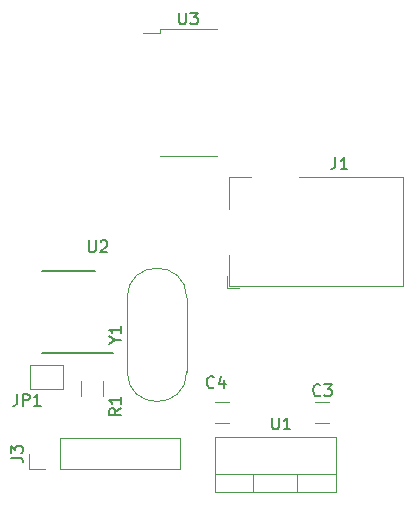
<source format=gbr>
G04 #@! TF.GenerationSoftware,KiCad,Pcbnew,(5.1.4)-1*
G04 #@! TF.CreationDate,2019-11-16T21:39:15+01:00*
G04 #@! TF.ProjectId,LEDClockControl,4c454443-6c6f-4636-9b43-6f6e74726f6c,rev?*
G04 #@! TF.SameCoordinates,Original*
G04 #@! TF.FileFunction,Legend,Top*
G04 #@! TF.FilePolarity,Positive*
%FSLAX46Y46*%
G04 Gerber Fmt 4.6, Leading zero omitted, Abs format (unit mm)*
G04 Created by KiCad (PCBNEW (5.1.4)-1) date 2019-11-16 21:39:15*
%MOMM*%
%LPD*%
G04 APERTURE LIST*
%ADD10C,0.120000*%
%ADD11C,0.150000*%
G04 APERTURE END LIST*
D10*
X181897936Y-128910000D02*
X183102064Y-128910000D01*
X181897936Y-127090000D02*
X183102064Y-127090000D01*
X174614564Y-128910000D02*
X173410436Y-128910000D01*
X174614564Y-127090000D02*
X173410436Y-127090000D01*
X170490000Y-132830000D02*
X170490000Y-130170000D01*
X160270000Y-132830000D02*
X170490000Y-132830000D01*
X160270000Y-130170000D02*
X170490000Y-130170000D01*
X160270000Y-132830000D02*
X160270000Y-130170000D01*
X159000000Y-132830000D02*
X157670000Y-132830000D01*
X157670000Y-132830000D02*
X157670000Y-131500000D01*
X157750000Y-126000000D02*
X157750000Y-124000000D01*
X160550000Y-126000000D02*
X157750000Y-126000000D01*
X160550000Y-124000000D02*
X160550000Y-126000000D01*
X157750000Y-124000000D02*
X160550000Y-124000000D01*
X163910000Y-125385436D02*
X163910000Y-126589564D01*
X162090000Y-125385436D02*
X162090000Y-126589564D01*
X183620000Y-134770000D02*
X173380000Y-134770000D01*
X183620000Y-130129000D02*
X173380000Y-130129000D01*
X183620000Y-134770000D02*
X183620000Y-130129000D01*
X173380000Y-134770000D02*
X173380000Y-130129000D01*
X183620000Y-133260000D02*
X173380000Y-133260000D01*
X180350000Y-134770000D02*
X180350000Y-133260000D01*
X176649000Y-134770000D02*
X176649000Y-133260000D01*
D11*
X163225000Y-116050000D02*
X158775000Y-116050000D01*
X164750000Y-122950000D02*
X158775000Y-122950000D01*
D10*
X168750000Y-95510000D02*
X168750000Y-95910000D01*
X168750000Y-95910000D02*
X167350000Y-95910000D01*
X168750000Y-95510000D02*
X173550000Y-95510000D01*
X168750000Y-106310000D02*
X173550000Y-106310000D01*
X165975000Y-124565000D02*
X165975000Y-118315000D01*
X171025000Y-124565000D02*
X171025000Y-118315000D01*
X171025000Y-124565000D02*
G75*
G02X165975000Y-124565000I-2525000J0D01*
G01*
X171025000Y-118315000D02*
G75*
G03X165975000Y-118315000I-2525000J0D01*
G01*
X174400000Y-116450000D02*
X174400000Y-117500000D01*
X175450000Y-117500000D02*
X174400000Y-117500000D01*
X180500000Y-108100000D02*
X189300000Y-108100000D01*
X189300000Y-108100000D02*
X189300000Y-117300000D01*
X174600000Y-110800000D02*
X174600000Y-108100000D01*
X174600000Y-108100000D02*
X176500000Y-108100000D01*
X189300000Y-117300000D02*
X174600000Y-117300000D01*
X174600000Y-117300000D02*
X174600000Y-114700000D01*
D11*
X182333333Y-126537142D02*
X182285714Y-126584761D01*
X182142857Y-126632380D01*
X182047619Y-126632380D01*
X181904761Y-126584761D01*
X181809523Y-126489523D01*
X181761904Y-126394285D01*
X181714285Y-126203809D01*
X181714285Y-126060952D01*
X181761904Y-125870476D01*
X181809523Y-125775238D01*
X181904761Y-125680000D01*
X182047619Y-125632380D01*
X182142857Y-125632380D01*
X182285714Y-125680000D01*
X182333333Y-125727619D01*
X182666666Y-125632380D02*
X183285714Y-125632380D01*
X182952380Y-126013333D01*
X183095238Y-126013333D01*
X183190476Y-126060952D01*
X183238095Y-126108571D01*
X183285714Y-126203809D01*
X183285714Y-126441904D01*
X183238095Y-126537142D01*
X183190476Y-126584761D01*
X183095238Y-126632380D01*
X182809523Y-126632380D01*
X182714285Y-126584761D01*
X182666666Y-126537142D01*
X173333333Y-125857142D02*
X173285714Y-125904761D01*
X173142857Y-125952380D01*
X173047619Y-125952380D01*
X172904761Y-125904761D01*
X172809523Y-125809523D01*
X172761904Y-125714285D01*
X172714285Y-125523809D01*
X172714285Y-125380952D01*
X172761904Y-125190476D01*
X172809523Y-125095238D01*
X172904761Y-125000000D01*
X173047619Y-124952380D01*
X173142857Y-124952380D01*
X173285714Y-125000000D01*
X173333333Y-125047619D01*
X174190476Y-125285714D02*
X174190476Y-125952380D01*
X173952380Y-124904761D02*
X173714285Y-125619047D01*
X174333333Y-125619047D01*
X156122380Y-131833333D02*
X156836666Y-131833333D01*
X156979523Y-131880952D01*
X157074761Y-131976190D01*
X157122380Y-132119047D01*
X157122380Y-132214285D01*
X156122380Y-131452380D02*
X156122380Y-130833333D01*
X156503333Y-131166666D01*
X156503333Y-131023809D01*
X156550952Y-130928571D01*
X156598571Y-130880952D01*
X156693809Y-130833333D01*
X156931904Y-130833333D01*
X157027142Y-130880952D01*
X157074761Y-130928571D01*
X157122380Y-131023809D01*
X157122380Y-131309523D01*
X157074761Y-131404761D01*
X157027142Y-131452380D01*
X156666666Y-126452380D02*
X156666666Y-127166666D01*
X156619047Y-127309523D01*
X156523809Y-127404761D01*
X156380952Y-127452380D01*
X156285714Y-127452380D01*
X157142857Y-127452380D02*
X157142857Y-126452380D01*
X157523809Y-126452380D01*
X157619047Y-126500000D01*
X157666666Y-126547619D01*
X157714285Y-126642857D01*
X157714285Y-126785714D01*
X157666666Y-126880952D01*
X157619047Y-126928571D01*
X157523809Y-126976190D01*
X157142857Y-126976190D01*
X158666666Y-127452380D02*
X158095238Y-127452380D01*
X158380952Y-127452380D02*
X158380952Y-126452380D01*
X158285714Y-126595238D01*
X158190476Y-126690476D01*
X158095238Y-126738095D01*
X165452380Y-127666666D02*
X164976190Y-128000000D01*
X165452380Y-128238095D02*
X164452380Y-128238095D01*
X164452380Y-127857142D01*
X164500000Y-127761904D01*
X164547619Y-127714285D01*
X164642857Y-127666666D01*
X164785714Y-127666666D01*
X164880952Y-127714285D01*
X164928571Y-127761904D01*
X164976190Y-127857142D01*
X164976190Y-128238095D01*
X165452380Y-126714285D02*
X165452380Y-127285714D01*
X165452380Y-127000000D02*
X164452380Y-127000000D01*
X164595238Y-127095238D01*
X164690476Y-127190476D01*
X164738095Y-127285714D01*
X178238095Y-128452380D02*
X178238095Y-129261904D01*
X178285714Y-129357142D01*
X178333333Y-129404761D01*
X178428571Y-129452380D01*
X178619047Y-129452380D01*
X178714285Y-129404761D01*
X178761904Y-129357142D01*
X178809523Y-129261904D01*
X178809523Y-128452380D01*
X179809523Y-129452380D02*
X179238095Y-129452380D01*
X179523809Y-129452380D02*
X179523809Y-128452380D01*
X179428571Y-128595238D01*
X179333333Y-128690476D01*
X179238095Y-128738095D01*
X162738095Y-113452380D02*
X162738095Y-114261904D01*
X162785714Y-114357142D01*
X162833333Y-114404761D01*
X162928571Y-114452380D01*
X163119047Y-114452380D01*
X163214285Y-114404761D01*
X163261904Y-114357142D01*
X163309523Y-114261904D01*
X163309523Y-113452380D01*
X163738095Y-113547619D02*
X163785714Y-113500000D01*
X163880952Y-113452380D01*
X164119047Y-113452380D01*
X164214285Y-113500000D01*
X164261904Y-113547619D01*
X164309523Y-113642857D01*
X164309523Y-113738095D01*
X164261904Y-113880952D01*
X163690476Y-114452380D01*
X164309523Y-114452380D01*
X170388095Y-94162380D02*
X170388095Y-94971904D01*
X170435714Y-95067142D01*
X170483333Y-95114761D01*
X170578571Y-95162380D01*
X170769047Y-95162380D01*
X170864285Y-95114761D01*
X170911904Y-95067142D01*
X170959523Y-94971904D01*
X170959523Y-94162380D01*
X171340476Y-94162380D02*
X171959523Y-94162380D01*
X171626190Y-94543333D01*
X171769047Y-94543333D01*
X171864285Y-94590952D01*
X171911904Y-94638571D01*
X171959523Y-94733809D01*
X171959523Y-94971904D01*
X171911904Y-95067142D01*
X171864285Y-95114761D01*
X171769047Y-95162380D01*
X171483333Y-95162380D01*
X171388095Y-95114761D01*
X171340476Y-95067142D01*
X164951190Y-121916190D02*
X165427380Y-121916190D01*
X164427380Y-122249523D02*
X164951190Y-121916190D01*
X164427380Y-121582857D01*
X165427380Y-120725714D02*
X165427380Y-121297142D01*
X165427380Y-121011428D02*
X164427380Y-121011428D01*
X164570238Y-121106666D01*
X164665476Y-121201904D01*
X164713095Y-121297142D01*
X183616666Y-106402380D02*
X183616666Y-107116666D01*
X183569047Y-107259523D01*
X183473809Y-107354761D01*
X183330952Y-107402380D01*
X183235714Y-107402380D01*
X184616666Y-107402380D02*
X184045238Y-107402380D01*
X184330952Y-107402380D02*
X184330952Y-106402380D01*
X184235714Y-106545238D01*
X184140476Y-106640476D01*
X184045238Y-106688095D01*
M02*

</source>
